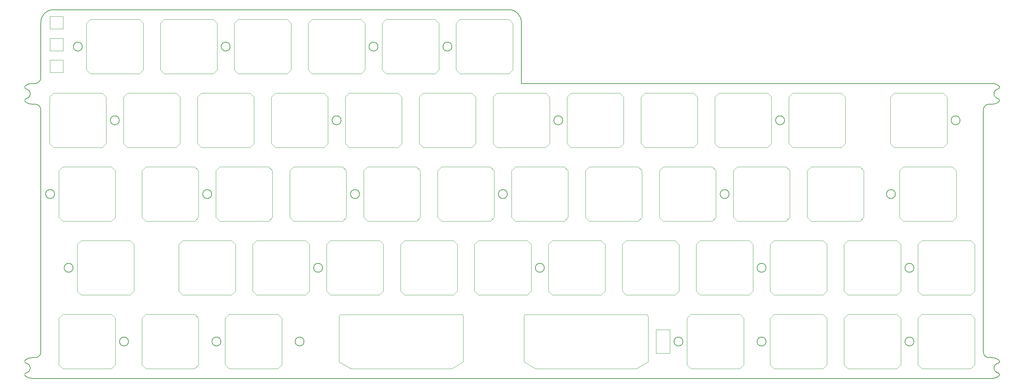
<source format=gbr>
%TF.GenerationSoftware,KiCad,Pcbnew,8.0.3*%
%TF.CreationDate,2024-08-17T22:59:14+02:00*%
%TF.ProjectId,V1 Hull 275u 225u,56312048-756c-46c2-9032-373575203232,rev?*%
%TF.SameCoordinates,Original*%
%TF.FileFunction,Profile,NP*%
%FSLAX46Y46*%
G04 Gerber Fmt 4.6, Leading zero omitted, Abs format (unit mm)*
G04 Created by KiCad (PCBNEW 8.0.3) date 2024-08-17 22:59:14*
%MOMM*%
%LPD*%
G01*
G04 APERTURE LIST*
%TA.AperFunction,Profile*%
%ADD10C,0.200000*%
%TD*%
%TA.AperFunction,Profile*%
%ADD11C,0.100000*%
%TD*%
%TA.AperFunction,Profile*%
%ADD12C,0.120000*%
%TD*%
G04 APERTURE END LIST*
D10*
X51156250Y-134937500D02*
G75*
G02*
X48856250Y-134937500I-1150000J0D01*
G01*
X48856250Y-134937500D02*
G75*
G02*
X51156250Y-134937500I1150000J0D01*
G01*
X74968750Y-134937500D02*
G75*
G02*
X72668750Y-134937500I-1150000J0D01*
G01*
X72668750Y-134937500D02*
G75*
G02*
X74968750Y-134937500I1150000J0D01*
G01*
X96400000Y-134937500D02*
G75*
G02*
X94100000Y-134937500I-1150000J0D01*
G01*
X94100000Y-134937500D02*
G75*
G02*
X96400000Y-134937500I1150000J0D01*
G01*
X194031250Y-134937500D02*
G75*
G02*
X191731250Y-134937500I-1150000J0D01*
G01*
X191731250Y-134937500D02*
G75*
G02*
X194031250Y-134937500I1150000J0D01*
G01*
X215462500Y-134937500D02*
G75*
G02*
X213162500Y-134937500I-1150000J0D01*
G01*
X213162500Y-134937500D02*
G75*
G02*
X215462500Y-134937500I1150000J0D01*
G01*
X253562500Y-134937500D02*
G75*
G02*
X251262500Y-134937500I-1150000J0D01*
G01*
X251262500Y-134937500D02*
G75*
G02*
X253562500Y-134937500I1150000J0D01*
G01*
X253562500Y-115887500D02*
G75*
G02*
X251262500Y-115887500I-1150000J0D01*
G01*
X251262500Y-115887500D02*
G75*
G02*
X253562500Y-115887500I1150000J0D01*
G01*
X215462500Y-115887500D02*
G75*
G02*
X213162500Y-115887500I-1150000J0D01*
G01*
X213162500Y-115887500D02*
G75*
G02*
X215462500Y-115887500I1150000J0D01*
G01*
X158312500Y-115887500D02*
G75*
G02*
X156012500Y-115887500I-1150000J0D01*
G01*
X156012500Y-115887500D02*
G75*
G02*
X158312500Y-115887500I1150000J0D01*
G01*
X101162500Y-115887500D02*
G75*
G02*
X98862500Y-115887500I-1150000J0D01*
G01*
X98862500Y-115887500D02*
G75*
G02*
X101162500Y-115887500I1150000J0D01*
G01*
X36868750Y-115887500D02*
G75*
G02*
X34568750Y-115887500I-1150000J0D01*
G01*
X34568750Y-115887500D02*
G75*
G02*
X36868750Y-115887500I1150000J0D01*
G01*
X32106250Y-96837500D02*
G75*
G02*
X29806250Y-96837500I-1150000J0D01*
G01*
X29806250Y-96837500D02*
G75*
G02*
X32106250Y-96837500I1150000J0D01*
G01*
X72587500Y-96837500D02*
G75*
G02*
X70287500Y-96837500I-1150000J0D01*
G01*
X70287500Y-96837500D02*
G75*
G02*
X72587500Y-96837500I1150000J0D01*
G01*
X110687500Y-96837500D02*
G75*
G02*
X108387500Y-96837500I-1150000J0D01*
G01*
X108387500Y-96837500D02*
G75*
G02*
X110687500Y-96837500I1150000J0D01*
G01*
X148787500Y-96837500D02*
G75*
G02*
X146487500Y-96837500I-1150000J0D01*
G01*
X146487500Y-96837500D02*
G75*
G02*
X148787500Y-96837500I1150000J0D01*
G01*
X205937500Y-96837500D02*
G75*
G02*
X203637500Y-96837500I-1150000J0D01*
G01*
X203637500Y-96837500D02*
G75*
G02*
X205937500Y-96837500I1150000J0D01*
G01*
X248800000Y-96837500D02*
G75*
G02*
X246500000Y-96837500I-1150000J0D01*
G01*
X246500000Y-96837500D02*
G75*
G02*
X248800000Y-96837500I1150000J0D01*
G01*
X265468750Y-77787500D02*
G75*
G02*
X263168750Y-77787500I-1150000J0D01*
G01*
X263168750Y-77787500D02*
G75*
G02*
X265468750Y-77787500I1150000J0D01*
G01*
X220225000Y-77787500D02*
G75*
G02*
X217925000Y-77787500I-1150000J0D01*
G01*
X217925000Y-77787500D02*
G75*
G02*
X220225000Y-77787500I1150000J0D01*
G01*
X163075000Y-77787500D02*
G75*
G02*
X160775000Y-77787500I-1150000J0D01*
G01*
X160775000Y-77787500D02*
G75*
G02*
X163075000Y-77787500I1150000J0D01*
G01*
X105925000Y-77787500D02*
G75*
G02*
X103625000Y-77787500I-1150000J0D01*
G01*
X103625000Y-77787500D02*
G75*
G02*
X105925000Y-77787500I1150000J0D01*
G01*
X48775000Y-77787500D02*
G75*
G02*
X46475000Y-77787500I-1150000J0D01*
G01*
X46475000Y-77787500D02*
G75*
G02*
X48775000Y-77787500I1150000J0D01*
G01*
X134500000Y-58737500D02*
G75*
G02*
X132200000Y-58737500I-1150000J0D01*
G01*
X132200000Y-58737500D02*
G75*
G02*
X134500000Y-58737500I1150000J0D01*
G01*
X115450000Y-58737500D02*
G75*
G02*
X113150000Y-58737500I-1150000J0D01*
G01*
X113150000Y-58737500D02*
G75*
G02*
X115450000Y-58737500I1150000J0D01*
G01*
X77350000Y-58737500D02*
G75*
G02*
X75050000Y-58737500I-1150000J0D01*
G01*
X75050000Y-58737500D02*
G75*
G02*
X77350000Y-58737500I1150000J0D01*
G01*
X39250000Y-58737500D02*
G75*
G02*
X36950000Y-58737500I-1150000J0D01*
G01*
X36950000Y-58737500D02*
G75*
G02*
X39250000Y-58737500I1150000J0D01*
G01*
X275429947Y-73048896D02*
G75*
G02*
X273787500Y-73612500I-1642447J2111396D01*
G01*
X26250000Y-73612500D02*
G75*
G02*
X24607553Y-73048896I0J2675000D01*
G01*
X28575000Y-52387500D02*
G75*
G02*
X31750000Y-49212500I3175000J0D01*
G01*
D11*
X30899001Y-50952301D02*
X34298999Y-50952301D01*
X34298999Y-54152701D01*
X30899001Y-54152701D01*
X30899001Y-50952301D01*
D10*
X31750000Y-49212500D02*
X149225000Y-49212500D01*
X272962500Y-73612500D02*
X273787500Y-73612500D01*
X27075000Y-73612500D02*
G75*
G02*
X28575000Y-75112500I0J-1500000D01*
G01*
X28575000Y-137612500D02*
G75*
G02*
X27075000Y-139112500I-1500000J0D01*
G01*
X28575000Y-66762500D02*
X28575000Y-52387500D01*
X273787500Y-68262500D02*
X152400000Y-68262500D01*
X24607553Y-73048896D02*
G75*
G02*
X24817536Y-72163741I306997J394656D01*
G01*
X26250000Y-144462500D02*
G75*
G02*
X24607553Y-143898896I0J2675000D01*
G01*
X26250000Y-73612500D02*
X27075000Y-73612500D01*
X275219963Y-143013745D02*
G75*
G02*
X275219963Y-140561255I242537J1226245D01*
G01*
X271462500Y-75112500D02*
G75*
G02*
X272962500Y-73612500I1500000J0D01*
G01*
X275219963Y-143013745D02*
G75*
G02*
X275429971Y-143898927I-97163J-490555D01*
G01*
X27075000Y-68262500D02*
X26250000Y-68262500D01*
X28575000Y-137612500D02*
X28575000Y-75112500D01*
D11*
X30900001Y-62204601D02*
X34299999Y-62204601D01*
X34299999Y-65405001D01*
X30900001Y-65405001D01*
X30900001Y-62204601D01*
D10*
X273787500Y-139112500D02*
X272962500Y-139112500D01*
X24607553Y-68826104D02*
G75*
G02*
X26250000Y-68262500I1642447J-2111396D01*
G01*
X275219963Y-72163745D02*
G75*
G02*
X275429914Y-73048854I-96963J-490455D01*
G01*
X273787500Y-68262500D02*
G75*
G02*
X275429947Y-68826104I0J-2675000D01*
G01*
D11*
X187123653Y-131867762D02*
X190715197Y-131867762D01*
X190715197Y-138012074D01*
X187123653Y-138012074D01*
X187123653Y-131867762D01*
D10*
X271462500Y-75112500D02*
X271462500Y-137612500D01*
X275429947Y-68826104D02*
G75*
G02*
X275219973Y-69711307I-306947J-394696D01*
G01*
X24607553Y-143898896D02*
G75*
G02*
X24817536Y-143013741I306997J394656D01*
G01*
X275219963Y-72163745D02*
G75*
G02*
X275219963Y-69711255I242537J1226245D01*
G01*
X24817537Y-69711255D02*
G75*
G02*
X24607612Y-68826179I97063J490455D01*
G01*
X24817537Y-69711255D02*
G75*
G02*
X24817537Y-72163745I-242537J-1226245D01*
G01*
X24607553Y-139676104D02*
G75*
G02*
X26250000Y-139112500I1642447J-2111396D01*
G01*
X275429947Y-139676104D02*
G75*
G02*
X275219965Y-140561266I-306847J-394696D01*
G01*
X149225000Y-49212500D02*
G75*
G02*
X152400000Y-52387500I-100J-3175100D01*
G01*
X28575000Y-66762500D02*
G75*
G02*
X27075000Y-68262500I-1500000J0D01*
G01*
X152400000Y-52387500D02*
X152400000Y-68262500D01*
X273787500Y-139112500D02*
G75*
G02*
X275429947Y-139676104I0J-2675000D01*
G01*
X24817537Y-140561255D02*
G75*
G02*
X24607612Y-139676179I97063J490455D01*
G01*
X275429947Y-143898896D02*
G75*
G02*
X273787500Y-144462500I-1642447J2111396D01*
G01*
X27075000Y-139112500D02*
X26250000Y-139112500D01*
D11*
X30899001Y-56584801D02*
X34298999Y-56584801D01*
X34298999Y-59785201D01*
X30899001Y-59785201D01*
X30899001Y-56584801D01*
D10*
X273787500Y-144462500D02*
X26250000Y-144462500D01*
X24817537Y-140561255D02*
G75*
G02*
X24817537Y-143013745I-242537J-1226245D01*
G01*
X272962500Y-139112500D02*
G75*
G02*
X271462500Y-137612500I0J1500000D01*
G01*
D12*
%TO.C,REF\u002A\u002A*%
X235587500Y-109887500D02*
X235587500Y-121887500D01*
X235587500Y-121887500D02*
X236587500Y-122887500D01*
X236587500Y-108887500D02*
X235587500Y-109887500D01*
X236587500Y-122887500D02*
X249187500Y-122887500D01*
X249187500Y-108887500D02*
X236587500Y-108887500D01*
X249187500Y-108887500D02*
X250187500Y-109887500D01*
X249187500Y-122887500D02*
X250187500Y-121887500D01*
X250187500Y-121887500D02*
X250187500Y-109887500D01*
X37943750Y-109887500D02*
X37943750Y-121887500D01*
X37943750Y-121887500D02*
X38943750Y-122887500D01*
X38943750Y-108887500D02*
X37943750Y-109887500D01*
X38943750Y-122887500D02*
X51543750Y-122887500D01*
X51543750Y-108887500D02*
X38943750Y-108887500D01*
X51543750Y-108887500D02*
X52543750Y-109887500D01*
X51543750Y-122887500D02*
X52543750Y-121887500D01*
X52543750Y-121887500D02*
X52543750Y-109887500D01*
X183200000Y-71787500D02*
X183200000Y-83787500D01*
X183200000Y-83787500D02*
X184200000Y-84787500D01*
X184200000Y-70787500D02*
X183200000Y-71787500D01*
X184200000Y-84787500D02*
X196800000Y-84787500D01*
X196800000Y-70787500D02*
X184200000Y-70787500D01*
X196800000Y-70787500D02*
X197800000Y-71787500D01*
X196800000Y-84787500D02*
X197800000Y-83787500D01*
X197800000Y-83787500D02*
X197800000Y-71787500D01*
X254637500Y-128937500D02*
X254637500Y-140937500D01*
X254637500Y-140937500D02*
X255637500Y-141937500D01*
X255637500Y-127937500D02*
X254637500Y-128937500D01*
X255637500Y-141937500D02*
X268237500Y-141937500D01*
X268237500Y-127937500D02*
X255637500Y-127937500D01*
X268237500Y-127937500D02*
X269237500Y-128937500D01*
X268237500Y-141937500D02*
X269237500Y-140937500D01*
X269237500Y-140937500D02*
X269237500Y-128937500D01*
X116525000Y-52737500D02*
X116525000Y-64737500D01*
X116525000Y-64737500D02*
X117525000Y-65737500D01*
X117525000Y-51737500D02*
X116525000Y-52737500D01*
X117525000Y-65737500D02*
X130125000Y-65737500D01*
X130125000Y-51737500D02*
X117525000Y-51737500D01*
X130125000Y-51737500D02*
X131125000Y-52737500D01*
X130125000Y-65737500D02*
X131125000Y-64737500D01*
X131125000Y-64737500D02*
X131125000Y-52737500D01*
X254637500Y-109887500D02*
X254637500Y-121887500D01*
X254637500Y-121887500D02*
X255637500Y-122887500D01*
X255637500Y-108887500D02*
X254637500Y-109887500D01*
X255637500Y-122887500D02*
X268237500Y-122887500D01*
X268237500Y-108887500D02*
X255637500Y-108887500D01*
X268237500Y-108887500D02*
X269237500Y-109887500D01*
X268237500Y-122887500D02*
X269237500Y-121887500D01*
X269237500Y-121887500D02*
X269237500Y-109887500D01*
X78425000Y-52737500D02*
X78425000Y-64737500D01*
X78425000Y-64737500D02*
X79425000Y-65737500D01*
X79425000Y-51737500D02*
X78425000Y-52737500D01*
X79425000Y-65737500D02*
X92025000Y-65737500D01*
X92025000Y-51737500D02*
X79425000Y-51737500D01*
X92025000Y-51737500D02*
X93025000Y-52737500D01*
X92025000Y-65737500D02*
X93025000Y-64737500D01*
X93025000Y-64737500D02*
X93025000Y-52737500D01*
X216537500Y-109887500D02*
X216537500Y-121887500D01*
X216537500Y-121887500D02*
X217537500Y-122887500D01*
X217537500Y-108887500D02*
X216537500Y-109887500D01*
X217537500Y-122887500D02*
X230137500Y-122887500D01*
X230137500Y-108887500D02*
X217537500Y-108887500D01*
X230137500Y-108887500D02*
X231137500Y-109887500D01*
X230137500Y-122887500D02*
X231137500Y-121887500D01*
X231137500Y-121887500D02*
X231137500Y-109887500D01*
X226062500Y-90837500D02*
X226062500Y-102837500D01*
X226062500Y-102837500D02*
X227062500Y-103837500D01*
X227062500Y-89837500D02*
X226062500Y-90837500D01*
X227062500Y-103837500D02*
X239662500Y-103837500D01*
X239662500Y-89837500D02*
X227062500Y-89837500D01*
X239662500Y-89837500D02*
X240662500Y-90837500D01*
X239662500Y-103837500D02*
X240662500Y-102837500D01*
X240662500Y-102837500D02*
X240662500Y-90837500D01*
X54612500Y-90837500D02*
X54612500Y-102837500D01*
X54612500Y-102837500D02*
X55612500Y-103837500D01*
X55612500Y-89837500D02*
X54612500Y-90837500D01*
X55612500Y-103837500D02*
X68212500Y-103837500D01*
X68212500Y-89837500D02*
X55612500Y-89837500D01*
X68212500Y-89837500D02*
X69212500Y-90837500D01*
X68212500Y-103837500D02*
X69212500Y-102837500D01*
X69212500Y-102837500D02*
X69212500Y-90837500D01*
X235587500Y-128937500D02*
X235587500Y-140937500D01*
X235587500Y-140937500D02*
X236587500Y-141937500D01*
X236587500Y-127937500D02*
X235587500Y-128937500D01*
X236587500Y-141937500D02*
X249187500Y-141937500D01*
X249187500Y-127937500D02*
X236587500Y-127937500D01*
X249187500Y-127937500D02*
X250187500Y-128937500D01*
X249187500Y-141937500D02*
X250187500Y-140937500D01*
X250187500Y-140937500D02*
X250187500Y-128937500D01*
X87950000Y-71787500D02*
X87950000Y-83787500D01*
X87950000Y-83787500D02*
X88950000Y-84787500D01*
X88950000Y-70787500D02*
X87950000Y-71787500D01*
X88950000Y-84787500D02*
X101550000Y-84787500D01*
X101550000Y-70787500D02*
X88950000Y-70787500D01*
X101550000Y-70787500D02*
X102550000Y-71787500D01*
X101550000Y-84787500D02*
X102550000Y-83787500D01*
X102550000Y-83787500D02*
X102550000Y-71787500D01*
X153068750Y-128462500D02*
X153068750Y-140180500D01*
X153068750Y-140180500D02*
X156068750Y-141912500D01*
X153568750Y-127962500D02*
X184568750Y-127962500D01*
X182068750Y-141912500D02*
X156068750Y-141912500D01*
X185068750Y-128462500D02*
X185068750Y-140180500D01*
X185068750Y-140180500D02*
X182068750Y-141912500D01*
X153068750Y-128462500D02*
G75*
G02*
X153568750Y-127962500I500001J-1D01*
G01*
X184568750Y-127962500D02*
G75*
G02*
X185068750Y-128462500I0J-500000D01*
G01*
X149862500Y-90837500D02*
X149862500Y-102837500D01*
X149862500Y-102837500D02*
X150862500Y-103837500D01*
X150862500Y-89837500D02*
X149862500Y-90837500D01*
X150862500Y-103837500D02*
X163462500Y-103837500D01*
X163462500Y-89837500D02*
X150862500Y-89837500D01*
X163462500Y-89837500D02*
X164462500Y-90837500D01*
X163462500Y-103837500D02*
X164462500Y-102837500D01*
X164462500Y-102837500D02*
X164462500Y-90837500D01*
X102237500Y-109887500D02*
X102237500Y-121887500D01*
X102237500Y-121887500D02*
X103237500Y-122887500D01*
X103237500Y-108887500D02*
X102237500Y-109887500D01*
X103237500Y-122887500D02*
X115837500Y-122887500D01*
X115837500Y-108887500D02*
X103237500Y-108887500D01*
X115837500Y-108887500D02*
X116837500Y-109887500D01*
X115837500Y-122887500D02*
X116837500Y-121887500D01*
X116837500Y-121887500D02*
X116837500Y-109887500D01*
X168912500Y-90837500D02*
X168912500Y-102837500D01*
X168912500Y-102837500D02*
X169912500Y-103837500D01*
X169912500Y-89837500D02*
X168912500Y-90837500D01*
X169912500Y-103837500D02*
X182512500Y-103837500D01*
X182512500Y-89837500D02*
X169912500Y-89837500D01*
X182512500Y-89837500D02*
X183512500Y-90837500D01*
X182512500Y-103837500D02*
X183512500Y-102837500D01*
X183512500Y-102837500D02*
X183512500Y-90837500D01*
X68900000Y-71787500D02*
X68900000Y-83787500D01*
X68900000Y-83787500D02*
X69900000Y-84787500D01*
X69900000Y-70787500D02*
X68900000Y-71787500D01*
X69900000Y-84787500D02*
X82500000Y-84787500D01*
X82500000Y-70787500D02*
X69900000Y-70787500D01*
X82500000Y-70787500D02*
X83500000Y-71787500D01*
X82500000Y-84787500D02*
X83500000Y-83787500D01*
X83500000Y-83787500D02*
X83500000Y-71787500D01*
X59375000Y-52737500D02*
X59375000Y-64737500D01*
X59375000Y-64737500D02*
X60375000Y-65737500D01*
X60375000Y-51737500D02*
X59375000Y-52737500D01*
X60375000Y-65737500D02*
X72975000Y-65737500D01*
X72975000Y-51737500D02*
X60375000Y-51737500D01*
X72975000Y-51737500D02*
X73975000Y-52737500D01*
X72975000Y-65737500D02*
X73975000Y-64737500D01*
X73975000Y-64737500D02*
X73975000Y-52737500D01*
X105443750Y-128462500D02*
X105443750Y-140180500D01*
X105443750Y-140180500D02*
X108443750Y-141912500D01*
X105943750Y-127962500D02*
X136943750Y-127962500D01*
X134443750Y-141912500D02*
X108443750Y-141912500D01*
X137443750Y-128462500D02*
X137443750Y-140180500D01*
X137443750Y-140180500D02*
X134443750Y-141912500D01*
X105443750Y-128462500D02*
G75*
G02*
X105943750Y-127962500I500001J-1D01*
G01*
X136943750Y-127962500D02*
G75*
G02*
X137443750Y-128462500I0J-500000D01*
G01*
X121287500Y-109887500D02*
X121287500Y-121887500D01*
X121287500Y-121887500D02*
X122287500Y-122887500D01*
X122287500Y-108887500D02*
X121287500Y-109887500D01*
X122287500Y-122887500D02*
X134887500Y-122887500D01*
X134887500Y-108887500D02*
X122287500Y-108887500D01*
X134887500Y-108887500D02*
X135887500Y-109887500D01*
X134887500Y-122887500D02*
X135887500Y-121887500D01*
X135887500Y-121887500D02*
X135887500Y-109887500D01*
X33181250Y-128937500D02*
X33181250Y-140937500D01*
X33181250Y-140937500D02*
X34181250Y-141937500D01*
X34181250Y-127937500D02*
X33181250Y-128937500D01*
X34181250Y-141937500D02*
X46781250Y-141937500D01*
X46781250Y-127937500D02*
X34181250Y-127937500D01*
X46781250Y-127937500D02*
X47781250Y-128937500D01*
X46781250Y-141937500D02*
X47781250Y-140937500D01*
X47781250Y-140937500D02*
X47781250Y-128937500D01*
X49850000Y-71787500D02*
X49850000Y-83787500D01*
X49850000Y-83787500D02*
X50850000Y-84787500D01*
X50850000Y-70787500D02*
X49850000Y-71787500D01*
X50850000Y-84787500D02*
X63450000Y-84787500D01*
X63450000Y-70787500D02*
X50850000Y-70787500D01*
X63450000Y-70787500D02*
X64450000Y-71787500D01*
X63450000Y-84787500D02*
X64450000Y-83787500D01*
X64450000Y-83787500D02*
X64450000Y-71787500D01*
X40325000Y-52737500D02*
X40325000Y-64737500D01*
X40325000Y-64737500D02*
X41325000Y-65737500D01*
X41325000Y-51737500D02*
X40325000Y-52737500D01*
X41325000Y-65737500D02*
X53925000Y-65737500D01*
X53925000Y-51737500D02*
X41325000Y-51737500D01*
X53925000Y-51737500D02*
X54925000Y-52737500D01*
X53925000Y-65737500D02*
X54925000Y-64737500D01*
X54925000Y-64737500D02*
X54925000Y-52737500D01*
X33181250Y-90837500D02*
X33181250Y-102837500D01*
X33181250Y-102837500D02*
X34181250Y-103837500D01*
X34181250Y-89837500D02*
X33181250Y-90837500D01*
X34181250Y-103837500D02*
X46781250Y-103837500D01*
X46781250Y-89837500D02*
X34181250Y-89837500D01*
X46781250Y-89837500D02*
X47781250Y-90837500D01*
X46781250Y-103837500D02*
X47781250Y-102837500D01*
X47781250Y-102837500D02*
X47781250Y-90837500D01*
X164150000Y-71787500D02*
X164150000Y-83787500D01*
X164150000Y-83787500D02*
X165150000Y-84787500D01*
X165150000Y-70787500D02*
X164150000Y-71787500D01*
X165150000Y-84787500D02*
X177750000Y-84787500D01*
X177750000Y-70787500D02*
X165150000Y-70787500D01*
X177750000Y-70787500D02*
X178750000Y-71787500D01*
X177750000Y-84787500D02*
X178750000Y-83787500D01*
X178750000Y-83787500D02*
X178750000Y-71787500D01*
X92712500Y-90837500D02*
X92712500Y-102837500D01*
X92712500Y-102837500D02*
X93712500Y-103837500D01*
X93712500Y-89837500D02*
X92712500Y-90837500D01*
X93712500Y-103837500D02*
X106312500Y-103837500D01*
X106312500Y-89837500D02*
X93712500Y-89837500D01*
X106312500Y-89837500D02*
X107312500Y-90837500D01*
X106312500Y-103837500D02*
X107312500Y-102837500D01*
X107312500Y-102837500D02*
X107312500Y-90837500D01*
X107000000Y-71787500D02*
X107000000Y-83787500D01*
X107000000Y-83787500D02*
X108000000Y-84787500D01*
X108000000Y-70787500D02*
X107000000Y-71787500D01*
X108000000Y-84787500D02*
X120600000Y-84787500D01*
X120600000Y-70787500D02*
X108000000Y-70787500D01*
X120600000Y-70787500D02*
X121600000Y-71787500D01*
X120600000Y-84787500D02*
X121600000Y-83787500D01*
X121600000Y-83787500D02*
X121600000Y-71787500D01*
X197487500Y-109887500D02*
X197487500Y-121887500D01*
X197487500Y-121887500D02*
X198487500Y-122887500D01*
X198487500Y-108887500D02*
X197487500Y-109887500D01*
X198487500Y-122887500D02*
X211087500Y-122887500D01*
X211087500Y-108887500D02*
X198487500Y-108887500D01*
X211087500Y-108887500D02*
X212087500Y-109887500D01*
X211087500Y-122887500D02*
X212087500Y-121887500D01*
X212087500Y-121887500D02*
X212087500Y-109887500D01*
X73662500Y-90837500D02*
X73662500Y-102837500D01*
X73662500Y-102837500D02*
X74662500Y-103837500D01*
X74662500Y-89837500D02*
X73662500Y-90837500D01*
X74662500Y-103837500D02*
X87262500Y-103837500D01*
X87262500Y-89837500D02*
X74662500Y-89837500D01*
X87262500Y-89837500D02*
X88262500Y-90837500D01*
X87262500Y-103837500D02*
X88262500Y-102837500D01*
X88262500Y-102837500D02*
X88262500Y-90837500D01*
X76043750Y-128937500D02*
X76043750Y-140937500D01*
X76043750Y-140937500D02*
X77043750Y-141937500D01*
X77043750Y-127937500D02*
X76043750Y-128937500D01*
X77043750Y-141937500D02*
X89643750Y-141937500D01*
X89643750Y-127937500D02*
X77043750Y-127937500D01*
X89643750Y-127937500D02*
X90643750Y-128937500D01*
X89643750Y-141937500D02*
X90643750Y-140937500D01*
X90643750Y-140937500D02*
X90643750Y-128937500D01*
X207012500Y-90837500D02*
X207012500Y-102837500D01*
X207012500Y-102837500D02*
X208012500Y-103837500D01*
X208012500Y-89837500D02*
X207012500Y-90837500D01*
X208012500Y-103837500D02*
X220612500Y-103837500D01*
X220612500Y-89837500D02*
X208012500Y-89837500D01*
X220612500Y-89837500D02*
X221612500Y-90837500D01*
X220612500Y-103837500D02*
X221612500Y-102837500D01*
X221612500Y-102837500D02*
X221612500Y-90837500D01*
X30800000Y-71787500D02*
X30800000Y-83787500D01*
X30800000Y-83787500D02*
X31800000Y-84787500D01*
X31800000Y-70787500D02*
X30800000Y-71787500D01*
X31800000Y-84787500D02*
X44400000Y-84787500D01*
X44400000Y-70787500D02*
X31800000Y-70787500D01*
X44400000Y-70787500D02*
X45400000Y-71787500D01*
X44400000Y-84787500D02*
X45400000Y-83787500D01*
X45400000Y-83787500D02*
X45400000Y-71787500D01*
X130812500Y-90837500D02*
X130812500Y-102837500D01*
X130812500Y-102837500D02*
X131812500Y-103837500D01*
X131812500Y-89837500D02*
X130812500Y-90837500D01*
X131812500Y-103837500D02*
X144412500Y-103837500D01*
X144412500Y-89837500D02*
X131812500Y-89837500D01*
X144412500Y-89837500D02*
X145412500Y-90837500D01*
X144412500Y-103837500D02*
X145412500Y-102837500D01*
X145412500Y-102837500D02*
X145412500Y-90837500D01*
X195106250Y-128937500D02*
X195106250Y-140937500D01*
X195106250Y-140937500D02*
X196106250Y-141937500D01*
X196106250Y-127937500D02*
X195106250Y-128937500D01*
X196106250Y-141937500D02*
X208706250Y-141937500D01*
X208706250Y-127937500D02*
X196106250Y-127937500D01*
X208706250Y-127937500D02*
X209706250Y-128937500D01*
X208706250Y-141937500D02*
X209706250Y-140937500D01*
X209706250Y-140937500D02*
X209706250Y-128937500D01*
X247493750Y-71787500D02*
X247493750Y-83787500D01*
X247493750Y-83787500D02*
X248493750Y-84787500D01*
X248493750Y-70787500D02*
X247493750Y-71787500D01*
X248493750Y-84787500D02*
X261093750Y-84787500D01*
X261093750Y-70787500D02*
X248493750Y-70787500D01*
X261093750Y-70787500D02*
X262093750Y-71787500D01*
X261093750Y-84787500D02*
X262093750Y-83787500D01*
X262093750Y-83787500D02*
X262093750Y-71787500D01*
X216537500Y-128937500D02*
X216537500Y-140937500D01*
X216537500Y-140937500D02*
X217537500Y-141937500D01*
X217537500Y-127937500D02*
X216537500Y-128937500D01*
X217537500Y-141937500D02*
X230137500Y-141937500D01*
X230137500Y-127937500D02*
X217537500Y-127937500D01*
X230137500Y-127937500D02*
X231137500Y-128937500D01*
X230137500Y-141937500D02*
X231137500Y-140937500D01*
X231137500Y-140937500D02*
X231137500Y-128937500D01*
X202250000Y-71787500D02*
X202250000Y-83787500D01*
X202250000Y-83787500D02*
X203250000Y-84787500D01*
X203250000Y-70787500D02*
X202250000Y-71787500D01*
X203250000Y-84787500D02*
X215850000Y-84787500D01*
X215850000Y-70787500D02*
X203250000Y-70787500D01*
X215850000Y-70787500D02*
X216850000Y-71787500D01*
X215850000Y-84787500D02*
X216850000Y-83787500D01*
X216850000Y-83787500D02*
X216850000Y-71787500D01*
X187962500Y-90837500D02*
X187962500Y-102837500D01*
X187962500Y-102837500D02*
X188962500Y-103837500D01*
X188962500Y-89837500D02*
X187962500Y-90837500D01*
X188962500Y-103837500D02*
X201562500Y-103837500D01*
X201562500Y-89837500D02*
X188962500Y-89837500D01*
X201562500Y-89837500D02*
X202562500Y-90837500D01*
X201562500Y-103837500D02*
X202562500Y-102837500D01*
X202562500Y-102837500D02*
X202562500Y-90837500D01*
X178437500Y-109887500D02*
X178437500Y-121887500D01*
X178437500Y-121887500D02*
X179437500Y-122887500D01*
X179437500Y-108887500D02*
X178437500Y-109887500D01*
X179437500Y-122887500D02*
X192037500Y-122887500D01*
X192037500Y-108887500D02*
X179437500Y-108887500D01*
X192037500Y-108887500D02*
X193037500Y-109887500D01*
X192037500Y-122887500D02*
X193037500Y-121887500D01*
X193037500Y-121887500D02*
X193037500Y-109887500D01*
X54612500Y-128937500D02*
X54612500Y-140937500D01*
X54612500Y-140937500D02*
X55612500Y-141937500D01*
X55612500Y-127937500D02*
X54612500Y-128937500D01*
X55612500Y-141937500D02*
X68212500Y-141937500D01*
X68212500Y-127937500D02*
X55612500Y-127937500D01*
X68212500Y-127937500D02*
X69212500Y-128937500D01*
X68212500Y-141937500D02*
X69212500Y-140937500D01*
X69212500Y-140937500D02*
X69212500Y-128937500D01*
X140337500Y-109887500D02*
X140337500Y-121887500D01*
X140337500Y-121887500D02*
X141337500Y-122887500D01*
X141337500Y-108887500D02*
X140337500Y-109887500D01*
X141337500Y-122887500D02*
X153937500Y-122887500D01*
X153937500Y-108887500D02*
X141337500Y-108887500D01*
X153937500Y-108887500D02*
X154937500Y-109887500D01*
X153937500Y-122887500D02*
X154937500Y-121887500D01*
X154937500Y-121887500D02*
X154937500Y-109887500D01*
X111762500Y-90837500D02*
X111762500Y-102837500D01*
X111762500Y-102837500D02*
X112762500Y-103837500D01*
X112762500Y-89837500D02*
X111762500Y-90837500D01*
X112762500Y-103837500D02*
X125362500Y-103837500D01*
X125362500Y-89837500D02*
X112762500Y-89837500D01*
X125362500Y-89837500D02*
X126362500Y-90837500D01*
X125362500Y-103837500D02*
X126362500Y-102837500D01*
X126362500Y-102837500D02*
X126362500Y-90837500D01*
X145100000Y-71787500D02*
X145100000Y-83787500D01*
X145100000Y-83787500D02*
X146100000Y-84787500D01*
X146100000Y-70787500D02*
X145100000Y-71787500D01*
X146100000Y-84787500D02*
X158700000Y-84787500D01*
X158700000Y-70787500D02*
X146100000Y-70787500D01*
X158700000Y-70787500D02*
X159700000Y-71787500D01*
X158700000Y-84787500D02*
X159700000Y-83787500D01*
X159700000Y-83787500D02*
X159700000Y-71787500D01*
X83187500Y-109887500D02*
X83187500Y-121887500D01*
X83187500Y-121887500D02*
X84187500Y-122887500D01*
X84187500Y-108887500D02*
X83187500Y-109887500D01*
X84187500Y-122887500D02*
X96787500Y-122887500D01*
X96787500Y-108887500D02*
X84187500Y-108887500D01*
X96787500Y-108887500D02*
X97787500Y-109887500D01*
X96787500Y-122887500D02*
X97787500Y-121887500D01*
X97787500Y-121887500D02*
X97787500Y-109887500D01*
X249875000Y-90837500D02*
X249875000Y-102837500D01*
X249875000Y-102837500D02*
X250875000Y-103837500D01*
X250875000Y-89837500D02*
X249875000Y-90837500D01*
X250875000Y-103837500D02*
X263475000Y-103837500D01*
X263475000Y-89837500D02*
X250875000Y-89837500D01*
X263475000Y-89837500D02*
X264475000Y-90837500D01*
X263475000Y-103837500D02*
X264475000Y-102837500D01*
X264475000Y-102837500D02*
X264475000Y-90837500D01*
X159387500Y-109887500D02*
X159387500Y-121887500D01*
X159387500Y-121887500D02*
X160387500Y-122887500D01*
X160387500Y-108887500D02*
X159387500Y-109887500D01*
X160387500Y-122887500D02*
X172987500Y-122887500D01*
X172987500Y-108887500D02*
X160387500Y-108887500D01*
X172987500Y-108887500D02*
X173987500Y-109887500D01*
X172987500Y-122887500D02*
X173987500Y-121887500D01*
X173987500Y-121887500D02*
X173987500Y-109887500D01*
X97475000Y-52737500D02*
X97475000Y-64737500D01*
X97475000Y-64737500D02*
X98475000Y-65737500D01*
X98475000Y-51737500D02*
X97475000Y-52737500D01*
X98475000Y-65737500D02*
X111075000Y-65737500D01*
X111075000Y-51737500D02*
X98475000Y-51737500D01*
X111075000Y-51737500D02*
X112075000Y-52737500D01*
X111075000Y-65737500D02*
X112075000Y-64737500D01*
X112075000Y-64737500D02*
X112075000Y-52737500D01*
X126050000Y-71787500D02*
X126050000Y-83787500D01*
X126050000Y-83787500D02*
X127050000Y-84787500D01*
X127050000Y-70787500D02*
X126050000Y-71787500D01*
X127050000Y-84787500D02*
X139650000Y-84787500D01*
X139650000Y-70787500D02*
X127050000Y-70787500D01*
X139650000Y-70787500D02*
X140650000Y-71787500D01*
X139650000Y-84787500D02*
X140650000Y-83787500D01*
X140650000Y-83787500D02*
X140650000Y-71787500D01*
X221300000Y-71787500D02*
X221300000Y-83787500D01*
X221300000Y-83787500D02*
X222300000Y-84787500D01*
X222300000Y-70787500D02*
X221300000Y-71787500D01*
X222300000Y-84787500D02*
X234900000Y-84787500D01*
X234900000Y-70787500D02*
X222300000Y-70787500D01*
X234900000Y-70787500D02*
X235900000Y-71787500D01*
X234900000Y-84787500D02*
X235900000Y-83787500D01*
X235900000Y-83787500D02*
X235900000Y-71787500D01*
X64137500Y-109887500D02*
X64137500Y-121887500D01*
X64137500Y-121887500D02*
X65137500Y-122887500D01*
X65137500Y-108887500D02*
X64137500Y-109887500D01*
X65137500Y-122887500D02*
X77737500Y-122887500D01*
X77737500Y-108887500D02*
X65137500Y-108887500D01*
X77737500Y-108887500D02*
X78737500Y-109887500D01*
X77737500Y-122887500D02*
X78737500Y-121887500D01*
X78737500Y-121887500D02*
X78737500Y-109887500D01*
X135575000Y-52737500D02*
X135575000Y-64737500D01*
X135575000Y-64737500D02*
X136575000Y-65737500D01*
X136575000Y-51737500D02*
X135575000Y-52737500D01*
X136575000Y-65737500D02*
X149175000Y-65737500D01*
X149175000Y-51737500D02*
X136575000Y-51737500D01*
X149175000Y-51737500D02*
X150175000Y-52737500D01*
X149175000Y-65737500D02*
X150175000Y-64737500D01*
X150175000Y-64737500D02*
X150175000Y-52737500D01*
%TD*%
M02*

</source>
